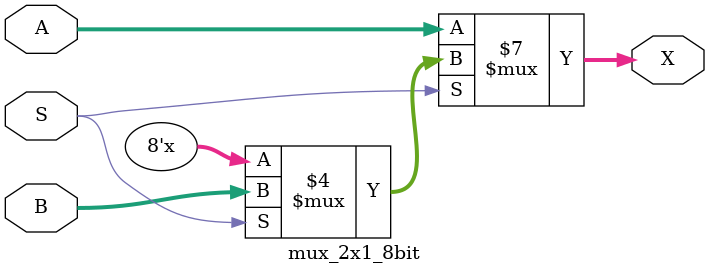
<source format=v>
module mux_2x1_8bit (
    input S,
    input [7:0] A, B,
    output reg [7:0] X
);

always @ (*) 
    begin
        if (S == 2'b00)
            X <= A;
        else if (S == 2'b01)
            X <= B;
    end
endmodule
</source>
